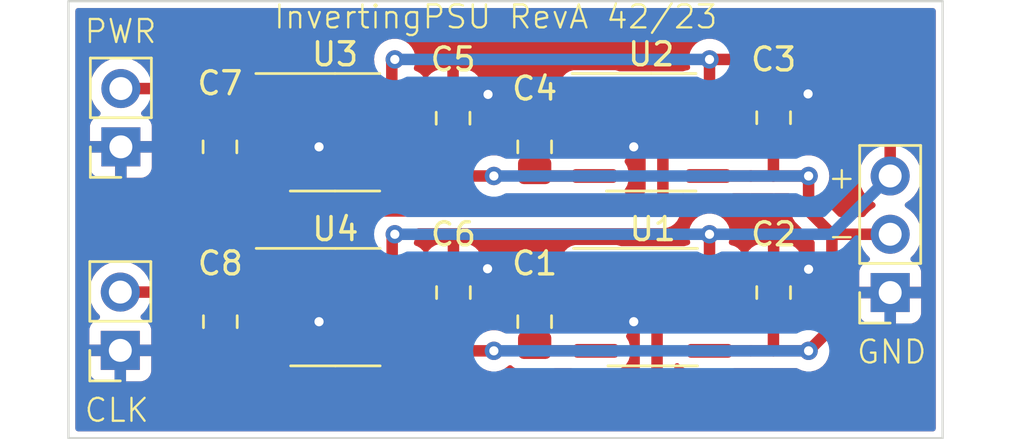
<source format=kicad_pcb>
(kicad_pcb (version 20221018) (generator pcbnew)
  (layers (0 "F.Cu" signal) (31 "B.Cu" signal) (34 "B.Paste" user) (35 "F.Paste" user) (36 "B.SilkS" user "B.Silkscreen") (37 "F.SilkS" user "F.Silkscreen") (38 "B.Mask" user) (39 "F.Mask" user) (44 "Edge.Cuts" user))
  (net 0 "")
  (net 1 "Net-(U1-CAP+)")
  (net 2 "Net-(U1-CAP-)")
  (net 3 "/voutn_c")
  (net 4 "GND")
  (net 5 "Net-(U2-CAP+)")
  (net 6 "Net-(U2-CAP-)")
  (net 7 "Net-(U3-CAP+)")
  (net 8 "Net-(U3-CAP-)")
  (net 9 "Net-(U4-CAP+)")
  (net 10 "Net-(U4-CAP-)")
  (net 11 "/vinp_c")
  (net 12 "/clk_c")
  (net 13 "Net-(U1-VOUT)")
  (net 14 "Net-(U2-VOUT)")
  (net 15 "Net-(U3-VOUT)")
  (net 16 "Net-(U4-VOUT)")
  (footprint "Package_SO:SOIC-8_3.9x4.9mm_P1.27mm" (layer "F.Cu") (at 160.02 74.295)
    (fp_text reference "U2" (at 0 -3.4) (layer "F.SilkS"))
    (fp_text value "TC7660SE0A")
    (fp_line (start 0 -2.56) (end -3.45 -2.56) (stroke (width 0.12)) (layer "F.SilkS"))
    (fp_line (start 0 -2.56) (end 1.95 -2.56) (stroke (width 0.12)) (layer "F.SilkS"))
    (fp_line (start 0 2.56) (end -1.95 2.56) (stroke (width 0.12)) (layer "F.SilkS"))
    (fp_line (start 0 2.56) (end 1.95 2.56) (stroke (width 0.12)) (layer "F.SilkS"))
    (pad "1" smd roundrect (at -2.475 -1.905) (size 1.95 0.6) (layers "F.Cu" "F.Paste" "F.Mask") (net 11 "/vinp_c"))
    (pad "2" smd roundrect (at -2.475 -0.635) (size 1.95 0.6) (layers "F.Cu" "F.Paste" "F.Mask") (net 5 "Net-(U2-CAP+)"))
    (pad "3" smd roundrect (at -2.475 0.635) (size 1.95 0.6) (layers "F.Cu" "F.Paste" "F.Mask") (net 4 "GND"))
    (pad "4" smd roundrect (at -2.475 1.905) (size 1.95 0.6) (layers "F.Cu" "F.Paste" "F.Mask") (net 6 "Net-(U2-CAP-)"))
    (pad "5" smd roundrect (at 2.475 1.905) (size 1.95 0.6) (layers "F.Cu" "F.Paste" "F.Mask") (net 14 "Net-(U2-VOUT)"))
    (pad "6" smd roundrect (at 2.475 0.635) (size 1.95 0.6) (layers "F.Cu" "F.Paste" "F.Mask"))
    (pad "7" smd roundrect (at 2.475 -0.635) (size 1.95 0.6) (layers "F.Cu" "F.Paste" "F.Mask") (net 12 "/clk_c"))
    (pad "8" smd roundrect (at 2.475 -1.905) (size 1.95 0.6) (layers "F.Cu" "F.Paste" "F.Mask") (net 11 "/vinp_c"))
  )
  (footprint "NetTie:NetTie-2_SMD_Pad0.5mm" (layer "F.Cu") (at 164.846 76.2)
    (fp_text reference "NT2" hide)
    (fp_text value "NetTie_2" hide)
    (fp_poly (pts (xy -0.5 -0.25) (xy 0.5 -0.25) (xy 0.5 0.25) (xy -0.5 0.25)) (fill solid) (layer "F.Cu"))
    (pad "1" smd circle (at -0.5 0) (size 0.5 0.5) (layers "F.Cu") (net 14 "Net-(U2-VOUT)"))
    (pad "2" smd circle (at 0.5 0) (size 0.5 0.5) (layers "F.Cu") (net 3 "/voutn_c"))
  )
  (footprint "Connector_PinSocket_2.54mm:PinSocket_1x02_P2.54mm_Vertical" (layer "F.Cu") (at 136.906 74.93 180)
    (fp_text reference "J1" hide)
    (fp_text value "Conn_PowerIn")
    (fp_line (start -1.33 1.27) (end -1.33 3.87) (stroke (width 0.12)) (layer "F.SilkS"))
    (fp_line (start -1.33 1.27) (end 1.33 1.27) (stroke (width 0.12)) (layer "F.SilkS"))
    (fp_line (start -1.33 3.87) (end 1.33 3.87) (stroke (width 0.12)) (layer "F.SilkS"))
    (fp_line (start 0 -1.33) (end 1.33 -1.33) (stroke (width 0.12)) (layer "F.SilkS"))
    (fp_line (start 1.33 -1.33) (end 1.33 0) (stroke (width 0.12)) (layer "F.SilkS"))
    (fp_line (start 1.33 1.27) (end 1.33 3.87) (stroke (width 0.12)) (layer "F.SilkS"))
    (pad "1" thru_hole rect (at 0 0 180) (size 1.7 1.7) (drill 1) (layers "*.Cu" "*.Mask") (net 4 "GND"))
    (pad "2" thru_hole oval (at 0 2.54 180) (size 1.7 1.7) (drill 1) (layers "*.Cu" "*.Mask") (net 11 "/vinp_c"))
  )
  (footprint "Capacitor_SMD:C_0805_2012Metric_Pad1.18x1.45mm_HandSolder" (layer "F.Cu") (at 141.24 82.55 -90)
    (fp_text reference "C8" (at -2.54 0 -180) (layer "F.SilkS"))
    (fp_text value "10uF")
    (fp_line (start -0.261252 -0.735) (end 0.261252 -0.735) (stroke (width 0.12)) (layer "F.SilkS"))
    (fp_line (start -0.261252 0.735) (end 0.261252 0.735) (stroke (width 0.12)) (layer "F.SilkS"))
    (pad "1" smd roundrect (at -1.0375 0 270) (size 1.175 1.45) (layers "F.Cu" "F.Paste" "F.Mask") (roundrect_rratio 0.212766) (net 9 "Net-(U4-CAP+)"))
    (pad "2" smd roundrect (at 1.0375 0 270) (size 1.175 1.45) (layers "F.Cu" "F.Paste" "F.Mask") (roundrect_rratio 0.212766) (net 10 "Net-(U4-CAP-)"))
  )
  (footprint "Capacitor_SMD:C_0805_2012Metric_Pad1.18x1.45mm_HandSolder" (layer "F.Cu") (at 151.4 81.28 90)
    (fp_text reference "C6" (at 2.54 0) (layer "F.SilkS"))
    (fp_text value "10uF")
    (fp_line (start -0.261252 -0.735) (end 0.261252 -0.735) (stroke (width 0.12)) (layer "F.SilkS"))
    (fp_line (start -0.261252 0.735) (end 0.261252 0.735) (stroke (width 0.12)) (layer "F.SilkS"))
    (pad "1" smd roundrect (at -1.0375 0 90) (size 1.175 1.45) (layers "F.Cu" "F.Paste" "F.Mask") (roundrect_rratio 0.212766) (net 3 "/voutn_c"))
    (pad "2" smd roundrect (at 1.0375 0 90) (size 1.175 1.45) (layers "F.Cu" "F.Paste" "F.Mask") (roundrect_rratio 0.212766) (net 4 "GND"))
  )
  (footprint "Capacitor_SMD:C_0805_2012Metric_Pad1.18x1.45mm_HandSolder" (layer "F.Cu") (at 165.354 73.66 90)
    (fp_text reference "C3" (at 2.54 0 180) (layer "F.SilkS"))
    (fp_text value "10uF")
    (fp_line (start -0.261252 -0.735) (end 0.261252 -0.735) (stroke (width 0.12)) (layer "F.SilkS"))
    (fp_line (start -0.261252 0.735) (end 0.261252 0.735) (stroke (width 0.12)) (layer "F.SilkS"))
    (pad "1" smd roundrect (at -1.0375 0 90) (size 1.175 1.45) (layers "F.Cu" "F.Paste" "F.Mask") (roundrect_rratio 0.212766) (net 3 "/voutn_c"))
    (pad "2" smd roundrect (at 1.0375 0 90) (size 1.175 1.45) (layers "F.Cu" "F.Paste" "F.Mask") (roundrect_rratio 0.212766) (net 4 "GND"))
  )
  (footprint "Package_SO:SOIC-8_3.9x4.9mm_P1.27mm" (layer "F.Cu") (at 146.255 81.915)
    (fp_text reference "U4" (at 0 -3.4) (layer "F.SilkS"))
    (fp_text value "TC7660SE0A")
    (fp_line (start 0 -2.56) (end -3.45 -2.56) (stroke (width 0.12)) (layer "F.SilkS"))
    (fp_line (start 0 -2.56) (end 1.95 -2.56) (stroke (width 0.12)) (layer "F.SilkS"))
    (fp_line (start 0 2.56) (end -1.95 2.56) (stroke (width 0.12)) (layer "F.SilkS"))
    (fp_line (start 0 2.56) (end 1.95 2.56) (stroke (width 0.12)) (layer "F.SilkS"))
    (pad "1" smd roundrect (at -2.475 -1.905) (size 1.95 0.6) (layers "F.Cu" "F.Paste" "F.Mask") (net 11 "/vinp_c"))
    (pad "2" smd roundrect (at -2.475 -0.635) (size 1.95 0.6) (layers "F.Cu" "F.Paste" "F.Mask") (net 9 "Net-(U4-CAP+)"))
    (pad "3" smd roundrect (at -2.475 0.635) (size 1.95 0.6) (layers "F.Cu" "F.Paste" "F.Mask") (net 4 "GND"))
    (pad "4" smd roundrect (at -2.475 1.905) (size 1.95 0.6) (layers "F.Cu" "F.Paste" "F.Mask") (net 10 "Net-(U4-CAP-)"))
    (pad "5" smd roundrect (at 2.475 1.905) (size 1.95 0.6) (layers "F.Cu" "F.Paste" "F.Mask") (net 16 "Net-(U4-VOUT)"))
    (pad "6" smd roundrect (at 2.475 0.635) (size 1.95 0.6) (layers "F.Cu" "F.Paste" "F.Mask"))
    (pad "7" smd roundrect (at 2.475 -0.635) (size 1.95 0.6) (layers "F.Cu" "F.Paste" "F.Mask") (net 12 "/clk_c"))
    (pad "8" smd roundrect (at 2.475 -1.905) (size 1.95 0.6) (layers "F.Cu" "F.Paste" "F.Mask") (net 11 "/vinp_c"))
  )
  (footprint "Capacitor_SMD:C_0805_2012Metric_Pad1.18x1.45mm_HandSolder" (layer "F.Cu") (at 151.384 73.6815 90)
    (fp_text reference "C5" (at 2.5615 0 180) (layer "F.SilkS"))
    (fp_text value "10uF")
    (fp_line (start -0.261252 -0.735) (end 0.261252 -0.735) (stroke (width 0.12)) (layer "F.SilkS"))
    (fp_line (start -0.261252 0.735) (end 0.261252 0.735) (stroke (width 0.12)) (layer "F.SilkS"))
    (pad "1" smd roundrect (at -1.0375 0 90) (size 1.175 1.45) (layers "F.Cu" "F.Paste" "F.Mask") (roundrect_rratio 0.212766) (net 3 "/voutn_c"))
    (pad "2" smd roundrect (at 1.0375 0 90) (size 1.175 1.45) (layers "F.Cu" "F.Paste" "F.Mask") (roundrect_rratio 0.212766) (net 4 "GND"))
  )
  (footprint "Capacitor_SMD:C_0805_2012Metric_Pad1.18x1.45mm_HandSolder" (layer "F.Cu") (at 154.94 74.93 -90)
    (fp_text reference "C4" (at -2.54 0 -180) (layer "F.SilkS"))
    (fp_text value "10uF")
    (fp_line (start -0.261252 -0.735) (end 0.261252 -0.735) (stroke (width 0.12)) (layer "F.SilkS"))
    (fp_line (start -0.261252 0.735) (end 0.261252 0.735) (stroke (width 0.12)) (layer "F.SilkS"))
    (pad "1" smd roundrect (at -1.0375 0 270) (size 1.175 1.45) (layers "F.Cu" "F.Paste" "F.Mask") (roundrect_rratio 0.212766) (net 5 "Net-(U2-CAP+)"))
    (pad "2" smd roundrect (at 1.0375 0 270) (size 1.175 1.45) (layers "F.Cu" "F.Paste" "F.Mask") (roundrect_rratio 0.212766) (net 6 "Net-(U2-CAP-)"))
  )
  (footprint "Capacitor_SMD:C_0805_2012Metric_Pad1.18x1.45mm_HandSolder" (layer "F.Cu") (at 141.224 74.93 -90)
    (fp_text reference "C7" (at -2.7725 0 -180) (layer "F.SilkS"))
    (fp_text value "10uF")
    (fp_line (start -0.261252 -0.735) (end 0.261252 -0.735) (stroke (width 0.12)) (layer "F.SilkS"))
    (fp_line (start -0.261252 0.735) (end 0.261252 0.735) (stroke (width 0.12)) (layer "F.SilkS"))
    (pad "1" smd roundrect (at -1.0375 0 270) (size 1.175 1.45) (layers "F.Cu" "F.Paste" "F.Mask") (roundrect_rratio 0.212766) (net 7 "Net-(U3-CAP+)"))
    (pad "2" smd roundrect (at 1.0375 0 270) (size 1.175 1.45) (layers "F.Cu" "F.Paste" "F.Mask") (roundrect_rratio 0.212766) (net 8 "Net-(U3-CAP-)"))
  )
  (footprint "Connector_PinSocket_2.54mm:PinSocket_1x02_P2.54mm_Vertical" (layer "F.Cu") (at 136.881 83.8 180)
    (fp_text reference "J3" hide)
    (fp_text value "Conn_ClockIn")
    (fp_line (start -1.33 1.27) (end -1.33 3.87) (stroke (width 0.12)) (layer "F.SilkS"))
    (fp_line (start -1.33 1.27) (end 1.33 1.27) (stroke (width 0.12)) (layer "F.SilkS"))
    (fp_line (start -1.33 3.87) (end 1.33 3.87) (stroke (width 0.12)) (layer "F.SilkS"))
    (fp_line (start 0 -1.33) (end 1.33 -1.33) (stroke (width 0.12)) (layer "F.SilkS"))
    (fp_line (start 1.33 -1.33) (end 1.33 0) (stroke (width 0.12)) (layer "F.SilkS"))
    (fp_line (start 1.33 1.27) (end 1.33 3.87) (stroke (width 0.12)) (layer "F.SilkS"))
    (pad "1" thru_hole rect (at 0 0 180) (size 1.7 1.7) (drill 1) (layers "*.Cu" "*.Mask") (net 4 "GND"))
    (pad "2" thru_hole oval (at 0 2.54 180) (size 1.7 1.7) (drill 1) (layers "*.Cu" "*.Mask") (net 12 "/clk_c"))
  )
  (footprint "Package_SO:SOIC-8_3.9x4.9mm_P1.27mm" (layer "F.Cu") (at 146.239 74.295)
    (fp_text reference "U3" (at 0 -3.4) (layer "F.SilkS"))
    (fp_text value "TC7660SE0A")
    (fp_line (start 0 -2.56) (end -3.45 -2.56) (stroke (width 0.12)) (layer "F.SilkS"))
    (fp_line (start 0 -2.56) (end 1.95 -2.56) (stroke (width 0.12)) (layer "F.SilkS"))
    (fp_line (start 0 2.56) (end -1.95 2.56) (stroke (width 0.12)) (layer "F.SilkS"))
    (fp_line (start 0 2.56) (end 1.95 2.56) (stroke (width 0.12)) (layer "F.SilkS"))
    (pad "1" smd roundrect (at -2.475 -1.905) (size 1.95 0.6) (layers "F.Cu" "F.Paste" "F.Mask") (net 11 "/vinp_c"))
    (pad "2" smd roundrect (at -2.475 -0.635) (size 1.95 0.6) (layers "F.Cu" "F.Paste" "F.Mask") (net 7 "Net-(U3-CAP+)"))
    (pad "3" smd roundrect (at -2.475 0.635) (size 1.95 0.6) (layers "F.Cu" "F.Paste" "F.Mask") (net 4 "GND"))
    (pad "4" smd roundrect (at -2.475 1.905) (size 1.95 0.6) (layers "F.Cu" "F.Paste" "F.Mask") (net 8 "Net-(U3-CAP-)"))
    (pad "5" smd roundrect (at 2.475 1.905) (size 1.95 0.6) (layers "F.Cu" "F.Paste" "F.Mask") (net 15 "Net-(U3-VOUT)"))
    (pad "6" smd roundrect (at 2.475 0.635) (size 1.95 0.6) (layers "F.Cu" "F.Paste" "F.Mask"))
    (pad "7" smd roundrect (at 2.475 -0.635) (size 1.95 0.6) (layers "F.Cu" "F.Paste" "F.Mask") (net 12 "/clk_c"))
    (pad "8" smd roundrect (at 2.475 -1.905) (size 1.95 0.6) (layers "F.Cu" "F.Paste" "F.Mask") (net 11 "/vinp_c"))
  )
  (footprint "NetTie:NetTie-2_SMD_Pad0.5mm" (layer "F.Cu") (at 164.846 83.82)
    (fp_text reference "NT1" hide)
    (fp_text value "NetTie_2" hide)
    (fp_poly (pts (xy -0.5 -0.25) (xy 0.5 -0.25) (xy 0.5 0.25) (xy -0.5 0.25)) (fill solid) (layer "F.Cu"))
    (pad "1" smd circle (at -0.5 0) (size 0.5 0.5) (layers "F.Cu") (net 13 "Net-(U1-VOUT)"))
    (pad "2" smd circle (at 0.5 0) (size 0.5 0.5) (layers "F.Cu") (net 3 "/voutn_c"))
  )
  (footprint "Connector_PinSocket_2.54mm:PinSocket_1x03_P2.54mm_Vertical" (layer "F.Cu") (at 170.434 81.28 180)
    (fp_text reference "J4" hide)
    (fp_text value "Conn_PowerOut")
    (fp_line (start -1.33 1.27) (end -1.33 6.41) (stroke (width 0.12)) (layer "F.SilkS"))
    (fp_line (start -1.33 1.27) (end 1.33 1.27) (stroke (width 0.12)) (layer "F.SilkS"))
    (fp_line (start -1.33 6.41) (end 1.33 6.41) (stroke (width 0.12)) (layer "F.SilkS"))
    (fp_line (start 0 -1.33) (end 1.33 -1.33) (stroke (width 0.12)) (layer "F.SilkS"))
    (fp_line (start 1.33 -1.33) (end 1.33 0) (stroke (width 0.12)) (layer "F.SilkS"))
    (fp_line (start 1.33 1.27) (end 1.33 6.41) (stroke (width 0.12)) (layer "F.SilkS"))
    (pad "1" thru_hole rect (at 0 0 180) (size 1.7 1.7) (drill 1) (layers "*.Cu" "*.Mask") (net 4 "GND"))
    (pad "2" thru_hole oval (at 0 2.54 180) (size 1.7 1.7) (drill 1) (layers "*.Cu" "*.Mask") (net 3 "/voutn_c"))
    (pad "3" thru_hole oval (at 0 5.08 180) (size 1.7 1.7) (drill 1) (layers "*.Cu" "*.Mask") (net 11 "/vinp_c"))
  )
  (footprint "Capacitor_SMD:C_0805_2012Metric_Pad1.18x1.45mm_HandSolder" (layer "F.Cu") (at 165.354 81.28 90)
    (fp_text reference "C2" (at 2.54 0 180) (layer "F.SilkS"))
    (fp_text value "10uF")
    (fp_line (start -0.261252 -0.735) (end 0.261252 -0.735) (stroke (width 0.12)) (layer "F.SilkS"))
    (fp_line (start -0.261252 0.735) (end 0.261252 0.735) (stroke (width 0.12)) (layer "F.SilkS"))
    (pad "1" smd roundrect (at -1.0375 0 90) (size 1.175 1.45) (layers "F.Cu" "F.Paste" "F.Mask") (roundrect_rratio 0.212766) (net 3 "/voutn_c"))
    (pad "2" smd roundrect (at 1.0375 0 90) (size 1.175 1.45) (layers "F.Cu" "F.Paste" "F.Mask") (roundrect_rratio 0.212766) (net 4 "GND"))
  )
  (footprint "Package_SO:SOIC-8_3.9x4.9mm_P1.27mm" (layer "F.Cu") (at 160.085 81.915)
    (fp_text reference "U1" (at 0 -3.4) (layer "F.SilkS"))
    (fp_text value "TC7660SE0A")
    (fp_line (start 0 -2.56) (end -3.45 -2.56) (stroke (width 0.12)) (layer "F.SilkS"))
    (fp_line (start 0 -2.56) (end 1.95 -2.56) (stroke (width 0.12)) (layer "F.SilkS"))
    (fp_line (start 0 2.56) (end -1.95 2.56) (stroke (width 0.12)) (layer "F.SilkS"))
    (fp_line (start 0 2.56) (end 1.95 2.56) (stroke (width 0.12)) (layer "F.SilkS"))
    (pad "1" smd roundrect (at -2.475 -1.905) (size 1.95 0.6) (layers "F.Cu" "F.Paste" "F.Mask") (net 11 "/vinp_c"))
    (pad "2" smd roundrect (at -2.475 -0.635) (size 1.95 0.6) (layers "F.Cu" "F.Paste" "F.Mask") (net 1 "Net-(U1-CAP+)"))
    (pad "3" smd roundrect (at -2.475 0.635) (size 1.95 0.6) (layers "F.Cu" "F.Paste" "F.Mask") (net 4 "GND"))
    (pad "4" smd roundrect (at -2.475 1.905) (size 1.95 0.6) (layers "F.Cu" "F.Paste" "F.Mask") (net 2 "Net-(U1-CAP-)"))
    (pad "5" smd roundrect (at 2.475 1.905) (size 1.95 0.6) (layers "F.Cu" "F.Paste" "F.Mask") (net 13 "Net-(U1-VOUT)"))
    (pad "6" smd roundrect (at 2.475 0.635) (size 1.95 0.6) (layers "F.Cu" "F.Paste" "F.Mask"))
    (pad "7" smd roundrect (at 2.475 -0.635) (size 1.95 0.6) (layers "F.Cu" "F.Paste" "F.Mask") (net 12 "/clk_c"))
    (pad "8" smd roundrect (at 2.475 -1.905) (size 1.95 0.6) (layers "F.Cu" "F.Paste" "F.Mask") (net 11 "/vinp_c"))
  )
  (footprint "NetTie:NetTie-2_SMD_Pad0.5mm" (layer "F.Cu") (at 150.884 83.82)
    (fp_text reference "NT4" hide)
    (fp_text value "NetTie_2" hide)
    (fp_poly (pts (xy -0.5 -0.25) (xy 0.5 -0.25) (xy 0.5 0.25) (xy -0.5 0.25)) (fill solid) (layer "F.Cu"))
    (pad "1" smd circle (at -0.5 0) (size 0.5 0.5) (layers "F.Cu") (net 16 "Net-(U4-VOUT)"))
    (pad "2" smd circle (at 0.5 0) (size 0.5 0.5) (layers "F.Cu") (net 3 "/voutn_c"))
  )
  (footprint "NetTie:NetTie-2_SMD_Pad0.5mm" (layer "F.Cu") (at 150.884 76.2)
    (fp_text reference "NT3" hide)
    (fp_text value "NetTie_2" hide)
    (fp_poly (pts (xy -0.5 -0.25) (xy 0.5 -0.25) (xy 0.5 0.25) (xy -0.5 0.25)) (fill solid) (layer "F.Cu"))
    (pad "1" smd circle (at -0.5 0) (size 0.5 0.5) (layers "F.Cu") (net 15 "Net-(U3-VOUT)"))
    (pad "2" smd circle (at 0.5 0) (size 0.5 0.5) (layers "F.Cu") (net 3 "/voutn_c"))
  )
  (footprint "Capacitor_SMD:C_0805_2012Metric_Pad1.18x1.45mm_HandSolder" (layer "F.Cu") (at 154.94 82.55 -90)
    (fp_text reference "C1" (at -2.54 0 -180) (layer "F.SilkS"))
    (fp_text value "10uF")
    (fp_line (start -0.261252 -0.735) (end 0.261252 -0.735) (stroke (width 0.12)) (layer "F.SilkS"))
    (fp_line (start -0.261252 0.735) (end 0.261252 0.735) (stroke (width 0.12)) (layer "F.SilkS"))
    (pad "1" smd roundrect (at -1.0375 0 270) (size 1.175 1.45) (layers "F.Cu" "F.Paste" "F.Mask") (roundrect_rratio 0.212766) (net 1 "Net-(U1-CAP+)"))
    (pad "2" smd roundrect (at 1.0375 0 270) (size 1.175 1.45) (layers "F.Cu" "F.Paste" "F.Mask") (roundrect_rratio 0.212766) (net 2 "Net-(U1-CAP-)"))
  )
  (gr_rect (start 134.62 68.58) (end 172.72 87.63) (stroke (width 0.1)) (fill none) (layer "Edge.Cuts"))
  (gr_text "-" (at 167.64 79.375) (layer "F.SilkS") (effects (font (size 1 1) (thickness 0.1)) (justify left bottom)))
  (gr_text "GND" (at 168.91 84.455) (layer "F.SilkS") (effects (font (size 1 1) (thickness 0.1)) (justify left bottom)))
  (gr_text "+" (at 167.64 76.835) (layer "F.SilkS") (effects (font (size 1 1) (thickness 0.1)) (justify left bottom)))
  (gr_text "InvertingPSU RevA 42/23" (at 143.51 69.85) (layer "F.SilkS") (effects (font (size 1 1) (thickness 0.1)) (justify left bottom)))
  (gr_text "PWR" (at 135.255 70.485) (layer "F.SilkS") (effects (font (size 1 1) (thickness 0.1)) (justify left bottom)))
  (gr_text "CLK" (at 135.255 86.995) (layer "F.SilkS") (effects (font (size 1 1) (thickness 0.1)) (justify left bottom)))
  (segment (start 157.61 81.28) (end 155.1725 81.28) (width 0.5) (layer "F.Cu") (net 1))
  (segment (start 155.1725 81.28) (end 154.94 81.5125) (width 0.5) (layer "F.Cu") (net 1))
  (segment (start 155.1725 83.82) (end 154.94 83.5875) (width 0.5) (layer "F.Cu") (net 2))
  (segment (start 157.61 83.82) (end 155.1725 83.82) (width 0.5) (layer "F.Cu") (net 2))
  (segment (start 151.384 82.3335) (end 151.4 82.3175) (width 0.5) (layer "F.Cu") (net 3))
  (segment (start 151.384 83.82) (end 153.162 83.82) (width 0.5) (layer "F.Cu") (net 3))
  (segment (start 167.894 82.804) (end 167.894 78.74) (width 0.5) (layer "F.Cu") (net 3))
  (segment (start 166.878 76.2) (end 166.878 77.724) (width 0.5) (layer "F.Cu") (net 3))
  (segment (start 165.346 83.82) (end 166.878 83.82) (width 0.5) (layer "F.Cu") (net 3))
  (segment (start 166.878 83.82) (end 167.894 82.804) (width 0.5) (layer "F.Cu") (net 3))
  (segment (start 165.346 82.3255) (end 165.354 82.3175) (width 0.5) (layer "F.Cu") (net 3))
  (segment (start 151.384 83.82) (end 151.384 82.3335) (width 0.5) (layer "F.Cu") (net 3))
  (segment (start 167.894 78.74) (end 170.434 78.74) (width 0.5) (layer "F.Cu") (net 3))
  (segment (start 165.346 76.2) (end 165.346 74.7055) (width 0.5) (layer "F.Cu") (net 3))
  (segment (start 151.384 76.2) (end 153.162 76.2) (width 0.5) (layer "F.Cu") (net 3))
  (segment (start 165.346 83.82) (end 165.346 82.3255) (width 0.5) (layer "F.Cu") (net 3))
  (segment (start 165.346 74.7055) (end 165.354 74.6975) (width 0.5) (layer "F.Cu") (net 3))
  (segment (start 151.384 76.2) (end 151.384 74.719) (width 0.5) (layer "F.Cu") (net 3))
  (segment (start 165.346 76.2) (end 166.878 76.2) (width 0.5) (layer "F.Cu") (net 3))
  (segment (start 166.878 77.724) (end 167.894 78.74) (width 0.5) (layer "F.Cu") (net 3))
  (via (at 153.162 83.82) (size 0.8) (drill 0.4) (layers "F.Cu" "B.Cu") (net 3))
  (via (at 153.162 76.2) (size 0.8) (drill 0.4) (layers "F.Cu" "B.Cu") (net 3))
  (via (at 166.878 76.2) (size 0.8) (drill 0.4) (layers "F.Cu" "B.Cu") (net 3))
  (via (at 166.878 83.82) (size 0.8) (drill 0.4) (layers "F.Cu" "B.Cu") (net 3))
  (segment (start 153.162 76.2) (end 166.878 76.2) (width 0.5) (layer "B.Cu") (net 3))
  (segment (start 166.878 83.82) (end 153.162 83.82) (width 0.5) (layer "B.Cu") (net 3))
  (segment (start 152.908 80.264) (end 152.8865 80.2425) (width 0.5) (layer "F.Cu") (net 4))
  (segment (start 143.764 74.93) (end 145.542 74.93) (width 0.5) (layer "F.Cu") (net 4))
  (segment (start 151.384 72.644) (end 152.908 72.644) (width 0.5) (layer "F.Cu") (net 4))
  (segment (start 166.8565 80.2425) (end 166.878 80.264) (width 0.5) (layer "F.Cu") (net 4))
  (segment (start 143.78 82.55) (end 145.542 82.55) (width 0.5) (layer "F.Cu") (net 4))
  (segment (start 157.61 82.55) (end 159.258 82.55) (width 0.5) (layer "F.Cu") (net 4))
  (segment (start 165.354 72.6225) (end 166.8565 72.6225) (width 0.5) (layer "F.Cu") (net 4))
  (segment (start 157.545 74.93) (end 159.258 74.93) (width 0.5) (layer "F.Cu") (net 4))
  (segment (start 151.4 80.2425) (end 152.8865 80.2425) (width 0.5) (layer "F.Cu") (net 4))
  (segment (start 165.354 80.2425) (end 166.8565 80.2425) (width 0.5) (layer "F.Cu") (net 4))
  (segment (start 166.878 72.644) (end 166.8565 72.6225) (width 0.5) (layer "F.Cu") (net 4))
  (via (at 159.258 74.93) (size 0.8) (drill 0.4) (layers "F.Cu" "B.Cu") (net 4))
  (via (at 166.8565 72.6225) (size 0.8) (drill 0.4) (layers "F.Cu" "B.Cu") (net 4))
  (via (at 145.542 82.55) (size 0.8) (drill 0.4) (layers "F.Cu" "B.Cu") (net 4))
  (via (at 152.8865 80.2425) (size 0.8) (drill 0.4) (layers "F.Cu" "B.Cu") (net 4))
  (via (at 145.542 74.93) (size 0.8) (drill 0.4) (layers "F.Cu" "B.Cu") (net 4))
  (via (at 166.878 80.264) (size 0.8) (drill 0.4) (layers "F.Cu" "B.Cu") (net 4))
  (via (at 152.908 72.644) (size 0.8) (drill 0.4) (layers "F.Cu" "B.Cu") (net 4))
  (via (at 159.258 82.55) (size 0.8) (drill 0.4) (layers "F.Cu" "B.Cu") (net 4))
  (segment (start 155.1725 73.66) (end 154.94 73.8925) (width 0.5) (layer "F.Cu") (net 5))
  (segment (start 157.545 73.66) (end 155.1725 73.66) (width 0.5) (layer "F.Cu") (net 5))
  (segment (start 155.1725 76.2) (end 154.94 75.9675) (width 0.5) (layer "F.Cu") (net 6))
  (segment (start 157.545 76.2) (end 155.1725 76.2) (width 0.5) (layer "F.Cu") (net 6))
  (segment (start 141.4565 73.66) (end 141.224 73.8925) (width 0.5) (layer "F.Cu") (net 7))
  (segment (start 143.764 73.66) (end 141.4565 73.66) (width 0.5) (layer "F.Cu") (net 7))
  (segment (start 141.4565 76.2) (end 141.224 75.9675) (width 0.5) (layer "F.Cu") (net 8))
  (segment (start 143.764 76.2) (end 141.4565 76.2) (width 0.5) (layer "F.Cu") (net 8))
  (segment (start 143.78 81.28) (end 141.4725 81.28) (width 0.5) (layer "F.Cu") (net 9))
  (segment (start 141.4725 81.28) (end 141.24 81.5125) (width 0.5) (layer "F.Cu") (net 9))
  (segment (start 143.78 83.82) (end 141.4725 83.82) (width 0.5) (layer "F.Cu") (net 10))
  (segment (start 141.4725 83.82) (end 141.24 83.5875) (width 0.5) (layer "F.Cu") (net 10))
  (segment (start 170.434 74.168) (end 170.434 76.2) (width 0.5) (layer "F.Cu") (net 11))
  (segment (start 162.56 72.325) (end 162.495 72.39) (width 0.5) (layer "F.Cu") (net 11))
  (segment (start 157.545 72.39) (end 162.495 72.39) (width 0.5) (layer "F.Cu") (net 11))
  (segment (start 148.714 72.39) (end 143.764 72.39) (width 0.5) (layer "F.Cu") (net 11))
  (segment (start 148.844 71.12) (end 148.714 71.25) (width 0.5) (layer "F.Cu") (net 11))
  (segment (start 143.78 80.01) (end 148.73 80.01) (width 0.5) (layer "F.Cu") (net 11))
  (segment (start 162.56 80.01) (end 157.61 80.01) (width 0.5) (layer "F.Cu") (net 11))
  (segment (start 167.386 71.12) (end 170.434 74.168) (width 0.5) (layer "F.Cu") (net 11))
  (segment (start 148.714 71.25) (end 148.714 72.39) (width 0.5) (layer "F.Cu") (net 11))
  (segment (start 148.73 78.854) (end 148.844 78.74) (width 0.5) (layer "F.Cu") (net 11))
  (segment (start 162.56 78.74) (end 162.56 80.01) (width 0.5) (layer "F.Cu") (net 11))
  (segment (start 162.56 71.12) (end 162.56 72.325) (width 0.5) (layer "F.Cu") (net 11))
  (segment (start 136.906 72.39) (end 143.764 72.39) (width 0.5) (layer "F.Cu") (net 11))
  (segment (start 162.56 71.12) (end 167.386 71.12) (width 0.5) (layer "F.Cu") (net 11))
  (segment (start 148.73 80.01) (end 148.73 78.854) (width 0.5) (layer "F.Cu") (net 11))
  (via (at 148.844 78.74) (size 0.8) (drill 0.4) (layers "F.Cu" "B.Cu") (net 11))
  (via (at 162.56 78.74) (size 0.8) (drill 0.4) (layers "F.Cu" "B.Cu") (net 11))
  (via (at 148.844 71.12) (size 0.8) (drill 0.4) (layers "F.Cu" "B.Cu") (net 11))
  (via (at 162.56 71.12) (size 0.8) (drill 0.4) (layers "F.Cu" "B.Cu") (net 11))
  (segment (start 148.844 78.74) (end 162.56 78.74) (width 0.5) (layer "B.Cu") (net 11))
  (segment (start 148.844 71.12) (end 162.56 71.12) (width 0.5) (layer "B.Cu") (net 11))
  (segment (start 167.894 78.74) (end 170.434 76.2) (width 0.5) (layer "B.Cu") (net 11))
  (segment (start 162.56 78.74) (end 167.894 78.74) (width 0.5) (layer "B.Cu") (net 11))
  (segment (start 160.528 77.724) (end 160.528 73.66) (width 0.5) (layer "F.Cu") (net 12))
  (segment (start 136.881 81.26) (end 139.446 81.26) (width 0.5) (layer "F.Cu") (net 12))
  (segment (start 146.558 86.106) (end 146.558 81.28) (width 0.5) (layer "F.Cu") (net 12))
  (segment (start 146.558 77.724) (end 146.558 73.66) (width 0.5) (layer "F.Cu") (net 12))
  (segment (start 160.528 73.66) (end 162.495 73.66) (width 0.5) (layer "F.Cu") (net 12))
  (segment (start 160.274 86.106) (end 160.274 81.28) (width 0.5) (layer "F.Cu") (net 12))
  (segment (start 146.558 77.724) (end 160.528 77.724) (width 0.5) (layer "F.Cu") (net 12))
  (segment (start 160.274 81.28) (end 162.56 81.28) (width 0.5) (layer "F.Cu") (net 12))
  (segment (start 146.558 81.28) (end 148.73 81.28) (width 0.5) (layer "F.Cu") (net 12))
  (segment (start 139.446 81.26) (end 139.446 77.724) (width 0.5) (layer "F.Cu") (net 12))
  (segment (start 139.446 86.106) (end 146.558 86.106) (width 0.5) (layer "F.Cu") (net 12))
  (segment (start 146.558 86.106) (end 160.274 86.106) (width 0.5) (layer "F.Cu") (net 12))
  (segment (start 139.446 77.724) (end 146.558 77.724) (width 0.5) (layer "F.Cu") (net 12))
  (segment (start 139.446 81.26) (end 139.446 86.106) (width 0.5) (layer "F.Cu") (net 12))
  (segment (start 146.558 73.66) (end 148.714 73.66) (width 0.5) (layer "F.Cu") (net 12))
  (segment (start 162.56 83.82) (end 164.346 83.82) (width 0.5) (layer "F.Cu") (net 13))
  (segment (start 162.495 76.2) (end 164.346 76.2) (width 0.5) (layer "F.Cu") (net 14))
  (segment (start 148.714 76.2) (end 150.384 76.2) (width 0.5) (layer "F.Cu") (net 15))
  (segment (start 148.73 83.82) (end 150.384 83.82) (width 0.5) (layer "F.Cu") (net 16))
  (zone (net 4) (net_name "GND") (layer "F.Cu") (connect_pads (clearance 0.5)) (min_thickness 0.25) (fill yes (thermal_gap 0.5) (thermal_bridge_width 0.5))
    (polygon (pts (xy 134.62 68.58) (xy 172.72 68.58) (xy 172.72 87.63) (xy 134.62 87.63)))
  )
  (zone (net 4) (net_name "GND") (layer "B.Cu") (priority 1) (connect_pads (clearance 0.5)) (min_thickness 0.25) (fill yes (thermal_gap 0.5) (thermal_bridge_width 0.5))
    (polygon (pts (xy 134.62 68.58) (xy 172.72 68.58) (xy 172.72 87.63) (xy 134.62 87.63)))
  )
)
</source>
